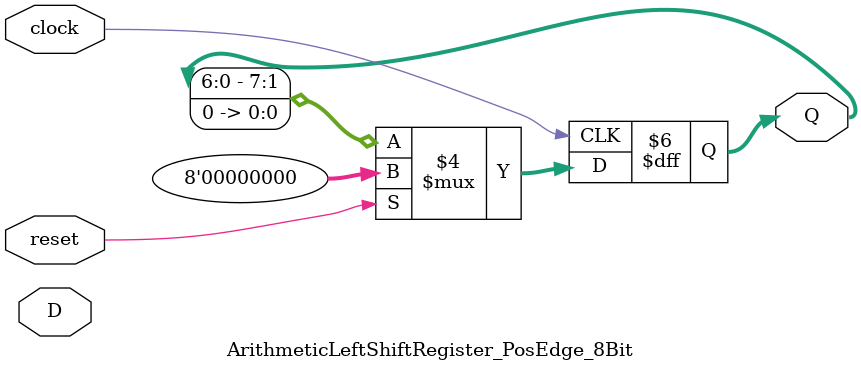
<source format=v>
module ArithmeticLeftShiftRegister_PosEdge_8Bit (clock, reset, D, Q);
    input clock;
    input reset;
    input [7:0] D;
    output reg [7:0] Q;

    always @(posedge clock)
    begin
        if (reset)
            Q = 8'b00000000;
        else
            Q = Q << 1 ;        
    end
endmodule

</source>
